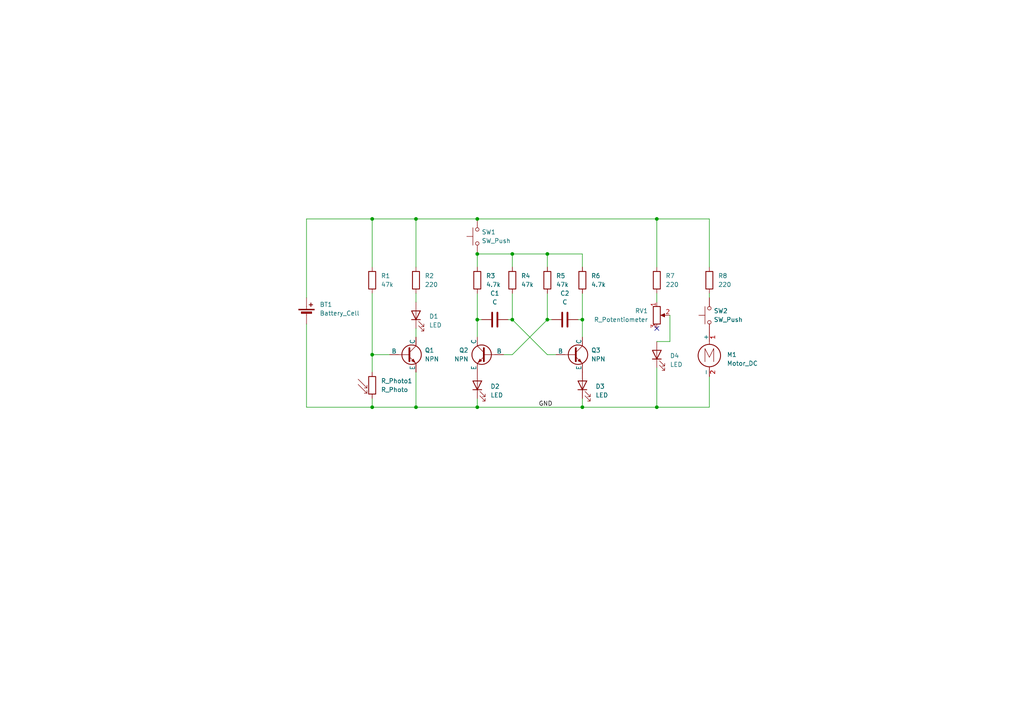
<source format=kicad_sch>
(kicad_sch (version 20250114) (generator "eeschema") (generator_version "9.0")
  (paper "A4")
  (title_block (title "Solder Flobpy") (date "2025-05-31") (rev "1") (company "Frosetrain"))
  (lib_symbols
    (symbol "Device:Battery_Cell" (pin_numbers (hide yes)) (pin_names (offset 0) (hide yes))
      (property "Reference" "BT" (at 2.54 2.54 0))
      (property "Value" "Battery_Cell" (at 2.54 0 0))
      (symbol "Battery_Cell_0_1"
        (rectangle (start -2.286 1.778) (end 2.286 1.524) (fill (type outline)))
        (rectangle (start -1.524 1.016) (end 1.524 0.508) (fill (type outline)))
        (polyline (pts (xy 0 1.778) (xy 0 2.54)))
        (polyline (pts (xy 0 0.762) (xy 0 0)))
        (polyline (pts (xy 0.762 3.048) (xy 1.778 3.048)) (stroke (width 0.254)))
        (polyline (pts (xy 1.27 3.556) (xy 1.27 2.54)) (stroke (width 0.254)))
      )
      (symbol "Battery_Cell_1_1"
        (pin passive line (at 0 5.08 270) (length 2.54) (name "+") (number "1"))
        (pin passive line (at 0 -2.54 90) (length 2.54) (name "-") (number "2"))
      )
    )
    (symbol "Device:C" (pin_numbers (hide yes)) (pin_names (offset 0.254))
      (property "Reference" "C" (at 0.635 2.54 0))
      (property "Value" "C" (at 0.635 -2.54 0))
      (symbol "C_0_1"
        (polyline (pts (xy -2.032 0.762) (xy 2.032 0.762)) (stroke (width 0.508)))
        (polyline (pts (xy -2.032 -0.762) (xy 2.032 -0.762)) (stroke (width 0.508)))
      )
      (symbol "C_1_1"
        (pin passive line (at 0 3.81 270) (length 2.794) (name "~") (number "1"))
        (pin passive line (at 0 -3.81 90) (length 2.794) (name "~") (number "2"))
      )
    )
    (symbol "Device:LED" (pin_numbers (hide yes)) (pin_names (offset 1.016) (hide yes))
      (property "Reference" "D" (at 0 2.54 0))
      (property "Value" "LED" (at 0 -2.54 0))
      (symbol "LED_0_1"
        (polyline (pts (xy -3.048 -0.762) (xy -4.572 -2.286) (xy -3.81 -2.286) (xy -4.572 -2.286) (xy -4.572 -1.524)))
        (polyline (pts (xy -1.778 -0.762) (xy -3.302 -2.286) (xy -2.54 -2.286) (xy -3.302 -2.286) (xy -3.302 -1.524)))
        (polyline (pts (xy -1.27 0) (xy 1.27 0)))
        (polyline (pts (xy -1.27 -1.27) (xy -1.27 1.27)) (stroke (width 0.254)))
        (polyline (pts (xy 1.27 -1.27) (xy 1.27 1.27) (xy -1.27 0) (xy 1.27 -1.27)) (stroke (width 0.254)))
      )
      (symbol "LED_1_1"
        (pin passive line (at -3.81 0 0) (length 2.54) (name "K") (number "1"))
        (pin passive line (at 3.81 0 180) (length 2.54) (name "A") (number "2"))
      )
    )
    (symbol "Device:R" (pin_numbers (hide yes)) (pin_names (offset 0))
      (property "Reference" "R" (at 2.032 0 90))
      (property "Value" "R" (at 0 0 90))
      (symbol "R_0_1"
        (rectangle (start -1.016 -2.54) (end 1.016 2.54) (stroke (width 0.254)))
      )
      (symbol "R_1_1"
        (pin passive line (at 0 3.81 270) (length 1.27) (name "~") (number "1"))
        (pin passive line (at 0 -3.81 90) (length 1.27) (name "~") (number "2"))
      )
    )
    (symbol "Device:R_Photo" (pin_numbers (hide yes)) (pin_names (offset 0))
      (property "Reference" "R" (at 1.27 1.27 0))
      (property "Value" "R_Photo" (at 1.27 0 0))
      (symbol "R_Photo_0_1"
        (polyline (pts (xy -1.524 -0.762) (xy -4.064 1.778)))
        (polyline (pts (xy -1.524 -0.762) (xy -2.286 -0.762)))
        (polyline (pts (xy -1.524 -0.762) (xy -1.524 0)))
        (polyline (pts (xy -1.524 -2.286) (xy -4.064 0.254)))
        (polyline (pts (xy -1.524 -2.286) (xy -2.286 -2.286)))
        (polyline (pts (xy -1.524 -2.286) (xy -1.524 -1.524)))
        (rectangle (start -1.016 2.54) (end 1.016 -2.54) (stroke (width 0.254)))
      )
      (symbol "R_Photo_1_1"
        (pin passive line (at 0 3.81 270) (length 1.27) (name "~") (number "1"))
        (pin passive line (at 0 -3.81 90) (length 1.27) (name "~") (number "2"))
      )
    )
    (symbol "Device:R_Potentiometer" (pin_names (offset 1.016) (hide yes))
      (property "Reference" "RV" (at -4.445 0 90))
      (property "Value" "R_Potentiometer" (at -2.54 0 90))
      (symbol "R_Potentiometer_0_1"
        (rectangle (start 1.016 2.54) (end -1.016 -2.54) (stroke (width 0.254)))
        (polyline (pts (xy 1.143 0) (xy 2.286 0.508) (xy 2.286 -0.508) (xy 1.143 0)) (fill (type outline)))
        (polyline (pts (xy 2.54 0) (xy 1.524 0)))
      )
      (symbol "R_Potentiometer_1_1"
        (pin passive line (at 0 3.81 270) (length 1.27) (name "1") (number "1"))
        (pin passive line (at 0 -3.81 90) (length 1.27) (name "3") (number "3"))
        (pin passive line (at 3.81 0 180) (length 1.27) (name "2") (number "2"))
      )
    )
    (symbol "Motor:Motor_DC" (pin_names (offset 0))
      (property "Reference" "M" (at 2.54 2.54 0))
      (property "Value" "Motor_DC" (at 2.54 -5.08 0))
      (symbol "Motor_DC_0_0"
        (polyline (pts (xy -1.27 -3.302) (xy -1.27 0.508) (xy 0 -2.032) (xy 1.27 0.508) (xy 1.27 -3.302)))
      )
      (symbol "Motor_DC_0_1"
        (polyline (pts (xy 0 2.032) (xy 0 2.54)))
        (polyline (pts (xy 0 1.7272) (xy 0 2.0828)))
        (circle (center 0 -1.524) (radius 3.2512) (stroke (width 0.254)))
        (polyline (pts (xy 0 -4.7752) (xy 0 -5.1816)))
        (polyline (pts (xy 0 -7.62) (xy 0 -7.112)))
      )
      (symbol "Motor_DC_1_1"
        (pin passive line (at 0 5.08 270) (length 2.54) (name "+") (number "1"))
        (pin passive line (at 0 -7.62 90) (length 2.54) (name "-") (number "2"))
      )
    )
    (symbol "Simulation_SPICE:NPN" (pin_numbers (hide yes)) (pin_names (offset 0))
      (property "Reference" "Q" (at -2.54 7.62 0))
      (property "Value" "NPN" (at -2.54 5.08 0))
      (symbol "NPN_0_1"
        (polyline (pts (xy -2.54 0) (xy 0.635 0)) (stroke (width 0.1524)))
        (polyline (pts (xy 0.635 1.905) (xy 0.635 -1.905) (xy 0.635 -1.905)) (stroke (width 0.508)))
        (polyline (pts (xy 0.635 0.635) (xy 2.54 2.54)))
        (polyline (pts (xy 0.635 -0.635) (xy 2.54 -2.54) (xy 2.54 -2.54)))
        (circle (center 1.27 0) (radius 2.8194) (stroke (width 0.254)))
        (polyline (pts (xy 1.27 -1.778) (xy 1.778 -1.27) (xy 2.286 -2.286) (xy 1.27 -1.778) (xy 1.27 -1.778)) (fill (type outline)))
        (polyline (pts (xy 2.794 -1.27) (xy 2.794 -1.27)) (stroke (width 0.1524)))
        (polyline (pts (xy 2.794 -1.27) (xy 2.794 -1.27)) (stroke (width 0.1524)))
      )
      (symbol "NPN_1_1"
        (pin input line (at -5.08 0 0) (length 2.54) (name "B") (number "2"))
        (pin open_collector line (at 2.54 5.08 270) (length 2.54) (name "C") (number "1"))
        (pin open_emitter line (at 2.54 -5.08 90) (length 2.54) (name "E") (number "3"))
      )
    )
    (symbol "Switch:SW_Push" (pin_numbers (hide yes)) (pin_names (offset 1.016) (hide yes))
      (property "Reference" "SW" (at 1.27 2.54 0))
      (property "Value" "SW_Push" (at 0 -1.524 0))
      (symbol "SW_Push_0_1"
        (circle (center -2.032 0) (radius 0.508))
        (polyline (pts (xy 0 1.27) (xy 0 3.048)))
        (circle (center 2.032 0) (radius 0.508))
        (polyline (pts (xy 2.54 1.27) (xy -2.54 1.27)))
        (pin passive line (at -5.08 0 0) (length 2.54) (name "1") (number "1"))
        (pin passive line (at 5.08 0 180) (length 2.54) (name "2") (number "2"))
      )
    )
  )
  (junction (at 168.91 118.11))
  (junction (at 158.75 73.66))
  (junction (at 107.95 118.11))
  (junction (at 107.95 102.87))
  (junction (at 138.43 63.5))
  (junction (at 120.65 118.11))
  (junction (at 107.95 63.5))
  (junction (at 148.59 92.71))
  (junction (at 138.43 118.11))
  (junction (at 120.65 63.5))
  (junction (at 138.43 73.66))
  (junction (at 158.75 92.71))
  (junction (at 190.5 63.5))
  (junction (at 168.91 92.71))
  (junction (at 138.43 92.71))
  (junction (at 190.5 118.11))
  (junction (at 148.59 73.66))
  (no_connect (at 190.5 95.25))
  (wire (pts (xy 168.91 73.66) (xy 168.91 77.47)))
  (wire (pts (xy 190.5 63.5) (xy 205.74 63.5)))
  (wire (pts (xy 120.65 87.63) (xy 120.65 85.09)))
  (wire (pts (xy 158.75 102.87) (xy 161.29 102.87)))
  (wire (pts (xy 88.9 63.5) (xy 107.95 63.5)))
  (wire (pts (xy 138.43 92.71) (xy 139.7 92.71)))
  (wire (pts (xy 107.95 118.11) (xy 88.9 118.11)))
  (wire (pts (xy 168.91 118.11) (xy 138.43 118.11)))
  (wire (pts (xy 120.65 107.95) (xy 120.65 118.11)))
  (wire (pts (xy 120.65 63.5) (xy 120.65 77.47)))
  (wire (pts (xy 138.43 73.66) (xy 148.59 73.66)))
  (wire (pts (xy 205.74 86.36) (xy 205.74 85.09)))
  (wire (pts (xy 120.65 97.79) (xy 120.65 95.25)))
  (wire (pts (xy 167.64 92.71) (xy 168.91 92.71)))
  (wire (pts (xy 158.75 73.66) (xy 168.91 73.66)))
  (wire (pts (xy 148.59 73.66) (xy 158.75 73.66)))
  (wire (pts (xy 168.91 92.71) (xy 168.91 97.79)))
  (wire (pts (xy 138.43 115.57) (xy 138.43 118.11)))
  (wire (pts (xy 138.43 63.5) (xy 190.5 63.5)))
  (wire (pts (xy 148.59 73.66) (xy 148.59 77.47)))
  (wire (pts (xy 146.05 102.87) (xy 148.59 102.87)))
  (wire (pts (xy 107.95 63.5) (xy 120.65 63.5)))
  (wire (pts (xy 205.74 118.11) (xy 190.5 118.11)))
  (wire (pts (xy 158.75 73.66) (xy 158.75 77.47)))
  (wire (pts (xy 107.95 102.87) (xy 107.95 107.95)))
  (wire (pts (xy 158.75 85.09) (xy 158.75 92.71)))
  (wire (pts (xy 107.95 63.5) (xy 107.95 77.47)))
  (wire (pts (xy 158.75 92.71) (xy 148.59 102.87)))
  (wire (pts (xy 194.31 99.06) (xy 194.31 91.44)))
  (wire (pts (xy 88.9 86.36) (xy 88.9 63.5)))
  (wire (pts (xy 148.59 92.71) (xy 158.75 102.87)))
  (wire (pts (xy 205.74 109.22) (xy 205.74 118.11)))
  (wire (pts (xy 107.95 115.57) (xy 107.95 118.11)))
  (wire (pts (xy 190.5 85.09) (xy 190.5 87.63)))
  (wire (pts (xy 190.5 99.06) (xy 194.31 99.06)))
  (wire (pts (xy 138.43 73.66) (xy 138.43 77.47)))
  (wire (pts (xy 190.5 63.5) (xy 190.5 77.47)))
  (wire (pts (xy 148.59 85.09) (xy 148.59 92.71)))
  (wire (pts (xy 205.74 63.5) (xy 205.74 77.47)))
  (wire (pts (xy 168.91 85.09) (xy 168.91 92.71)))
  (wire (pts (xy 138.43 118.11) (xy 120.65 118.11)))
  (wire (pts (xy 158.75 92.71) (xy 160.02 92.71)))
  (wire (pts (xy 107.95 85.09) (xy 107.95 102.87)))
  (wire (pts (xy 138.43 85.09) (xy 138.43 92.71)))
  (wire (pts (xy 120.65 118.11) (xy 107.95 118.11)))
  (wire (pts (xy 148.59 92.71) (xy 147.32 92.71)))
  (wire (pts (xy 107.95 102.87) (xy 113.03 102.87)))
  (wire (pts (xy 120.65 63.5) (xy 138.43 63.5)))
  (wire (pts (xy 138.43 92.71) (xy 138.43 97.79)))
  (wire (pts (xy 168.91 115.57) (xy 168.91 118.11)))
  (wire (pts (xy 168.91 118.11) (xy 190.5 118.11)))
  (wire (pts (xy 190.5 106.68) (xy 190.5 118.11)))
  (wire (pts (xy 88.9 118.11) (xy 88.9 93.98)))
  (label "GND" (at 156.21 118.11 0))
  (symbol (lib_id "Device:LED") (at 138.43 111.76 90) (unit 1)
    (property "Reference" "D2" (at 142.24 112.0774 90) (effects (justify right)))
    (property "Value" "LED" (at 142.24 114.6174 90) (effects (justify right)))
    (property "Footprint" "LED_THT:LED_D5.0mm" (effects (hide yes)))
    (property "Description" "Light emitting diode" (effects (hide yes)))
    (property "Sim.Pins" "1=K 2=A" (effects (hide yes)))
  )
  (symbol (lib_id "Device:R") (at 138.43 81.28 0) (unit 1)
    (property "Reference" "R3" (at 140.97 80.0099 0) (effects (justify left)))
    (property "Value" "4.7k" (at 140.97 82.5499 0) (effects (justify left)))
    (property "Footprint" "Resistor_THT:R_Axial_DIN0207_L6.3mm_D2.5mm_P7.62mm_Horizontal" (effects (hide yes)))
    (property "Description" "Resistor" (effects (hide yes)))
  )
  (symbol (lib_id "Device:R") (at 190.5 81.28 0) (unit 1)
    (property "Reference" "R7" (at 193.04 80.0099 0) (effects (justify left)))
    (property "Value" "220" (at 193.04 82.5499 0) (effects (justify left)))
    (property "Footprint" "Resistor_THT:R_Axial_DIN0207_L6.3mm_D2.5mm_P7.62mm_Horizontal" (effects (hide yes)))
    (property "Description" "Resistor" (effects (hide yes)))
  )
  (symbol (lib_id "Simulation_SPICE:NPN") (at 166.37 102.87 0) (unit 1)
    (property "Reference" "Q3" (at 171.45 101.5999 0) (effects (justify left)))
    (property "Value" "NPN" (at 171.45 104.1399 0) (effects (justify left)))
    (property "Footprint" "Package_TO_SOT_THT:TO-92_HandSolder" (effects (hide yes)))
    (property "Datasheet" "https://ngspice.sourceforge.io/docs/ngspice-html-manual/manual.xhtml#cha_BJTs" (effects (hide yes)))
    (property "Description" "Bipolar transistor symbol for simulation only, substrate tied to the emitter" (effects (hide yes)))
    (property "Sim.Device" "NPN" (effects (hide yes)))
    (property "Sim.Type" "GUMMELPOON" (effects (hide yes)))
    (property "Sim.Pins" "1=C 2=B 3=E" (effects (hide yes)))
  )
  (symbol (lib_id "Switch:SW_Push") (at 205.74 91.44 90) (unit 1)
    (property "Reference" "SW2" (at 207.01 90.1699 90) (effects (justify right)))
    (property "Value" "SW_Push" (at 207.01 92.7099 90) (effects (justify right)))
    (property "Footprint" "Button_Switch_THT:SW_PUSH_6mm" (effects (hide yes)))
    (property "Description" "Push button switch, generic, two pins" (effects (hide yes)))
  )
  (symbol (lib_id "Device:LED") (at 190.5 102.87 90) (unit 1)
    (property "Reference" "D4" (at 194.31 103.1874 90) (effects (justify right)))
    (property "Value" "LED" (at 194.31 105.7274 90) (effects (justify right)))
    (property "Footprint" "LED_THT:LED_D5.0mm" (effects (hide yes)))
    (property "Description" "Light emitting diode" (effects (hide yes)))
    (property "Sim.Pins" "1=K 2=A" (effects (hide yes)))
  )
  (symbol (lib_id "Device:R") (at 120.65 81.28 0) (unit 1)
    (property "Reference" "R2" (at 123.19 80.0099 0) (effects (justify left)))
    (property "Value" "220" (at 123.19 82.5499 0) (effects (justify left)))
    (property "Footprint" "Resistor_THT:R_Axial_DIN0207_L6.3mm_D2.5mm_P7.62mm_Horizontal" (effects (hide yes)))
    (property "Description" "Resistor" (effects (hide yes)))
  )
  (symbol (lib_id "Simulation_SPICE:NPN") (at 118.11 102.87 0) (unit 1)
    (property "Reference" "Q1" (at 123.19 101.5999 0) (effects (justify left)))
    (property "Value" "NPN" (at 123.19 104.1399 0) (effects (justify left)))
    (property "Footprint" "Package_TO_SOT_THT:TO-92_HandSolder" (effects (hide yes)))
    (property "Datasheet" "https://ngspice.sourceforge.io/docs/ngspice-html-manual/manual.xhtml#cha_BJTs" (effects (hide yes)))
    (property "Description" "Bipolar transistor symbol for simulation only, substrate tied to the emitter" (effects (hide yes)))
    (property "Sim.Device" "NPN" (effects (hide yes)))
    (property "Sim.Type" "GUMMELPOON" (effects (hide yes)))
    (property "Sim.Pins" "1=C 2=B 3=E" (effects (hide yes)))
  )
  (symbol (lib_id "Device:R") (at 158.75 81.28 0) (unit 1)
    (property "Reference" "R5" (at 161.29 80.0099 0) (effects (justify left)))
    (property "Value" "47k" (at 161.29 82.5499 0) (effects (justify left)))
    (property "Footprint" "Resistor_THT:R_Axial_DIN0207_L6.3mm_D2.5mm_P7.62mm_Horizontal" (effects (hide yes)))
    (property "Description" "Resistor" (effects (hide yes)))
  )
  (symbol (lib_id "Device:C") (at 143.51 92.71 90) (unit 1)
    (property "Reference" "C1" (at 143.51 85.09 90))
    (property "Value" "C" (at 143.51 87.63 90))
    (property "Footprint" "Capacitor_THT:C_Radial_D8.0mm_H7.0mm_P3.50mm" (effects (hide yes)))
    (property "Description" "Unpolarized capacitor" (effects (hide yes)))
  )
  (symbol (lib_id "Device:R") (at 148.59 81.28 0) (unit 1)
    (property "Reference" "R4" (at 151.13 80.0099 0) (effects (justify left)))
    (property "Value" "47k" (at 151.13 82.5499 0) (effects (justify left)))
    (property "Footprint" "Resistor_THT:R_Axial_DIN0207_L6.3mm_D2.5mm_P7.62mm_Horizontal" (effects (hide yes)))
    (property "Description" "Resistor" (effects (hide yes)))
  )
  (symbol (lib_id "Device:C") (at 163.83 92.71 90) (unit 1)
    (property "Reference" "C2" (at 163.83 85.09 90))
    (property "Value" "C" (at 163.83 87.63 90))
    (property "Footprint" "Capacitor_THT:C_Radial_D8.0mm_H7.0mm_P3.50mm" (effects (hide yes)))
    (property "Description" "Unpolarized capacitor" (effects (hide yes)))
  )
  (symbol (lib_id "Simulation_SPICE:NPN") (at 140.97 102.87 0) (mirror y) (unit 1)
    (property "Reference" "Q2" (at 135.89 101.5999 0) (effects (justify left)))
    (property "Value" "NPN" (at 135.89 104.1399 0) (effects (justify left)))
    (property "Footprint" "Package_TO_SOT_THT:TO-92_HandSolder" (effects (hide yes)))
    (property "Datasheet" "https://ngspice.sourceforge.io/docs/ngspice-html-manual/manual.xhtml#cha_BJTs" (effects (hide yes)))
    (property "Description" "Bipolar transistor symbol for simulation only, substrate tied to the emitter" (effects (hide yes)))
    (property "Sim.Device" "NPN" (effects (hide yes)))
    (property "Sim.Type" "GUMMELPOON" (effects (hide yes)))
    (property "Sim.Pins" "1=C 2=B 3=E" (effects (hide yes)))
  )
  (symbol (lib_id "Device:LED") (at 120.65 91.44 90) (unit 1)
    (property "Reference" "D1" (at 124.46 91.7574 90) (effects (justify right)))
    (property "Value" "LED" (at 124.46 94.2974 90) (effects (justify right)))
    (property "Footprint" "LED_THT:LED_D5.0mm" (effects (hide yes)))
    (property "Description" "Light emitting diode" (effects (hide yes)))
    (property "Sim.Pins" "1=K 2=A" (effects (hide yes)))
  )
  (symbol (lib_id "Device:R") (at 205.74 81.28 0) (unit 1)
    (property "Reference" "R8" (at 208.28 80.0099 0) (effects (justify left)))
    (property "Value" "220" (at 208.28 82.5499 0) (effects (justify left)))
    (property "Footprint" "Resistor_THT:R_Axial_DIN0207_L6.3mm_D2.5mm_P7.62mm_Horizontal" (effects (hide yes)))
    (property "Description" "Resistor" (effects (hide yes)))
  )
  (symbol (lib_id "Switch:SW_Push") (at 138.43 68.58 90) (unit 1)
    (property "Reference" "SW1" (at 139.7 67.3099 90) (effects (justify right)))
    (property "Value" "SW_Push" (at 139.7 69.8499 90) (effects (justify right)))
    (property "Footprint" "Button_Switch_THT:SW_PUSH_6mm" (effects (hide yes)))
    (property "Description" "Push button switch, generic, two pins" (effects (hide yes)))
  )
  (symbol (lib_id "Device:R_Photo") (at 107.95 111.76 0) (unit 1)
    (property "Reference" "R_Photo1" (at 110.49 110.4899 0) (effects (justify left)))
    (property "Value" "R_Photo" (at 110.49 113.0299 0) (effects (justify left)))
    (property "Footprint" "OptoDevice:R_LDR_5.1x4.3mm_P3.4mm_Vertical" (effects (hide yes)))
    (property "Description" "Photoresistor" (effects (hide yes)))
  )
  (symbol (lib_id "Device:R") (at 107.95 81.28 0) (unit 1)
    (property "Reference" "R1" (at 110.49 80.0099 0) (effects (justify left)))
    (property "Value" "47k" (at 110.49 82.5499 0) (effects (justify left)))
    (property "Footprint" "Resistor_THT:R_Axial_DIN0207_L6.3mm_D2.5mm_P7.62mm_Horizontal" (effects (hide yes)))
    (property "Description" "Resistor" (effects (hide yes)))
  )
  (symbol (lib_id "Device:R") (at 168.91 81.28 0) (unit 1)
    (property "Reference" "R6" (at 171.45 80.0099 0) (effects (justify left)))
    (property "Value" "4.7k" (at 171.45 82.5499 0) (effects (justify left)))
    (property "Footprint" "Resistor_THT:R_Axial_DIN0207_L6.3mm_D2.5mm_P7.62mm_Horizontal" (effects (hide yes)))
    (property "Description" "Resistor" (effects (hide yes)))
  )
  (symbol (lib_id "Device:Battery_Cell") (at 88.9 91.44 0) (unit 1)
    (property "Reference" "BT1" (at 92.71 88.3284 0) (effects (justify left)))
    (property "Value" "Battery_Cell" (at 92.71 90.8684 0) (effects (justify left)))
    (property "Footprint" "Battery:BatteryHolder_Keystone_3034_1x20mm" (effects (hide yes)))
    (property "Description" "Single-cell battery" (effects (hide yes)))
  )
  (symbol (lib_id "Device:R_Potentiometer") (at 190.5 91.44 0) (unit 1)
    (property "Reference" "RV1" (at 187.96 90.1699 0) (effects (justify right)))
    (property "Value" "R_Potentiometer" (at 187.96 92.7099 0) (effects (justify right)))
    (property "Footprint" "Potentiometer_THT:Potentiometer_Vishay_T73YP_Vertical" (effects (hide yes)))
    (property "Description" "Potentiometer" (effects (hide yes)))
  )
  (symbol (lib_id "Motor:Motor_DC") (at 205.74 101.6 0) (unit 1)
    (property "Reference" "M1" (at 210.82 102.8699 0) (effects (justify left)))
    (property "Value" "Motor_DC" (at 210.82 105.4099 0) (effects (justify left)))
    (property "Footprint" "Connector_PinHeader_2.54mm:PinHeader_1x02_P2.54mm_Vertical" (effects (hide yes)))
    (property "Description" "DC Motor" (effects (hide yes)))
  )
  (symbol (lib_id "Device:LED") (at 168.91 111.76 90) (unit 1)
    (property "Reference" "D3" (at 172.72 112.0774 90) (effects (justify right)))
    (property "Value" "LED" (at 172.72 114.6174 90) (effects (justify right)))
    (property "Footprint" "LED_THT:LED_D5.0mm" (effects (hide yes)))
    (property "Description" "Light emitting diode" (effects (hide yes)))
    (property "Sim.Pins" "1=K 2=A" (effects (hide yes)))
  )
)
</source>
